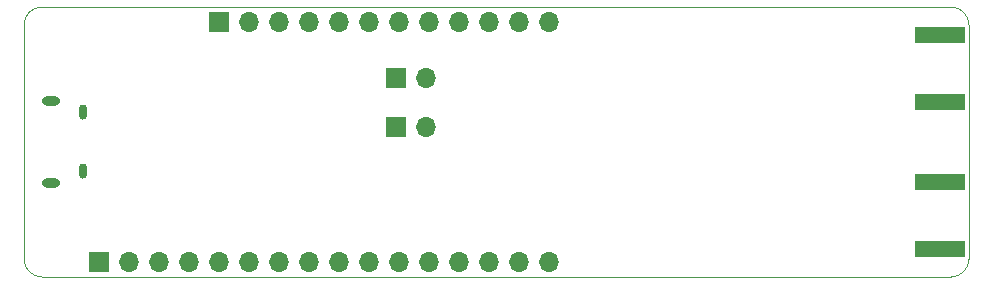
<source format=gbs>
G04 #@! TF.GenerationSoftware,KiCad,Pcbnew,(6.0.4)*
G04 #@! TF.CreationDate,2022-06-23T11:25:04-03:00*
G04 #@! TF.ProjectId,HTLRBL32L-10_EvB_V1.0_Rev6.1,48544c52-424c-4333-924c-2d31305f4576,6.0*
G04 #@! TF.SameCoordinates,Original*
G04 #@! TF.FileFunction,Soldermask,Bot*
G04 #@! TF.FilePolarity,Negative*
%FSLAX46Y46*%
G04 Gerber Fmt 4.6, Leading zero omitted, Abs format (unit mm)*
G04 Created by KiCad (PCBNEW (6.0.4)) date 2022-06-23 11:25:04*
%MOMM*%
%LPD*%
G01*
G04 APERTURE LIST*
G04 #@! TA.AperFunction,Profile*
%ADD10C,0.050000*%
G04 #@! TD*
%ADD11O,0.650000X1.300000*%
%ADD12O,1.550000X0.775000*%
%ADD13R,1.700000X1.700000*%
%ADD14O,1.700000X1.700000*%
%ADD15R,4.200000X1.350000*%
G04 APERTURE END LIST*
D10*
X100000000Y-88664000D02*
X100000000Y-108476000D01*
X180010000Y-108476000D02*
X180010000Y-88664000D01*
X101524000Y-87140000D02*
G75*
G03*
X100000000Y-88664000I0J-1524000D01*
G01*
X180010000Y-88664000D02*
G75*
G03*
X178486000Y-87140000I-1524000J0D01*
G01*
X178486000Y-110000000D02*
G75*
G03*
X180010000Y-108476000I0J1524000D01*
G01*
X178486000Y-87140000D02*
X101524000Y-87140002D01*
X100000000Y-108476000D02*
G75*
G03*
X101524000Y-110000000I1524000J0D01*
G01*
X101524000Y-110000000D02*
X178486000Y-110000000D01*
D11*
G04 #@! TO.C,CN1*
X105000000Y-96070000D03*
X105000000Y-101070000D03*
D12*
X102300000Y-95070000D03*
X102300000Y-102070000D03*
G04 #@! TD*
D13*
G04 #@! TO.C,JP2*
X131490920Y-97269520D03*
D14*
X134030920Y-97269520D03*
G04 #@! TD*
D13*
G04 #@! TO.C,JP3*
X131490920Y-93175040D03*
D14*
X134030920Y-93175040D03*
G04 #@! TD*
D13*
G04 #@! TO.C,CN4*
X116508820Y-88410000D03*
D14*
X119048820Y-88410000D03*
X121588820Y-88410000D03*
X124128820Y-88410000D03*
X126668820Y-88410000D03*
X129208820Y-88410000D03*
X131748820Y-88410000D03*
X134288820Y-88410000D03*
X136828820Y-88410000D03*
X139368820Y-88410000D03*
X141908820Y-88410000D03*
X144448820Y-88410000D03*
G04 #@! TD*
D13*
G04 #@! TO.C,CN3*
X106350000Y-108730000D03*
D14*
X108890000Y-108730000D03*
X111430000Y-108730000D03*
X113970000Y-108730000D03*
X116510000Y-108730000D03*
X119050000Y-108730000D03*
X121590000Y-108730000D03*
X124130000Y-108730000D03*
X126670000Y-108730000D03*
X129210000Y-108730000D03*
X131750000Y-108730000D03*
X134290000Y-108730000D03*
X136830000Y-108730000D03*
X139370000Y-108730000D03*
X141910000Y-108730000D03*
X144450000Y-108730000D03*
G04 #@! TD*
D15*
G04 #@! TO.C,REF\u002A\u002A*
X177530000Y-95203000D03*
X177530000Y-89553000D03*
G04 #@! TD*
G04 #@! TO.C,REF\u002A\u002A*
X177520000Y-101968000D03*
X177520000Y-107618000D03*
G04 #@! TD*
M02*

</source>
